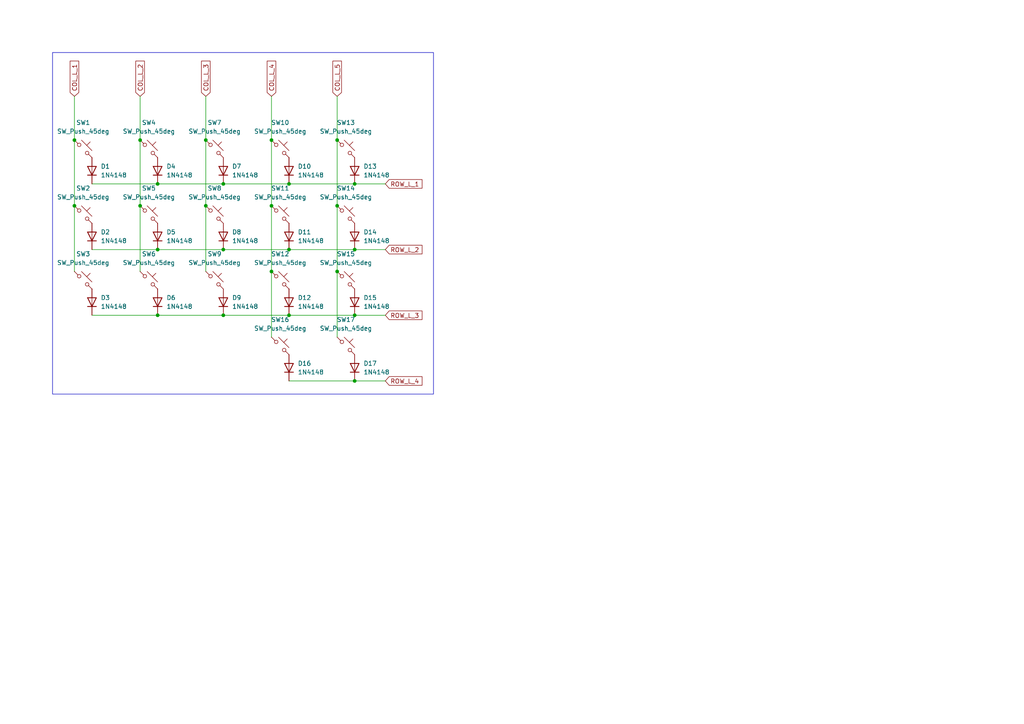
<source format=kicad_sch>
(kicad_sch (version 20231120) (generator "eeschema") (generator_version "8.0")
  (paper "A4")
  (lib_symbols
    (symbol "Diode:1N4148" (pin_numbers hide) (pin_names hide)
      (property "Reference" "D" (at 0 2.54 0))
      (property "Value" "1N4148" (at 0 -2.54 0))
      (symbol "1N4148_0_1"
        (polyline (pts (xy -1.27 1.27) (xy -1.27 -1.27)) (stroke (width 0.254)))
        (polyline (pts (xy 1.27 0) (xy -1.27 0)))
        (polyline (pts (xy 1.27 1.27) (xy 1.27 -1.27) (xy -1.27 0) (xy 1.27 1.27)) (stroke (width 0.254)))
      )
      (symbol "1N4148_1_1"
        (pin passive line (at -3.81 0 0) (length 2.54) (name "K") (number "1"))
        (pin passive line (at 3.81 0 180) (length 2.54) (name "A") (number "2"))
      )
    )
    (symbol "Switch:SW_Push_45deg" (pin_numbers hide) (pin_names (offset 1.016) hide)
      (property "Reference" "SW" (at 3.048 1.016 0))
      (property "Value" "SW_Push_45deg" (at 0 -3.81 0))
      (symbol "SW_Push_45deg_0_1"
        (circle (center -1.1684 1.1684) (radius 0.508))
        (polyline (pts (xy -0.508 2.54) (xy 2.54 -0.508)))
        (polyline (pts (xy 1.016 1.016) (xy 2.032 2.032)))
        (polyline (pts (xy -2.54 2.54) (xy -1.524 1.524) (xy -1.524 1.524)))
        (polyline (pts (xy 1.524 -1.524) (xy 2.54 -2.54) (xy 2.54 -2.54) (xy 2.54 -2.54)))
        (circle (center 1.143 -1.1938) (radius 0.508))
        (pin passive line (at -2.54 2.54 0) (length 0) (name "1") (number "1"))
        (pin passive line (at 2.54 -2.54 180) (length 0) (name "2") (number "2"))
      )
    )
  )
  (junction (at 21.59 40.64))
  (junction (at 45.72 53.34))
  (junction (at 102.87 110.49))
  (junction (at 83.82 53.34))
  (junction (at 102.87 53.34))
  (junction (at 40.64 59.69))
  (junction (at 59.69 40.64))
  (junction (at 45.72 91.44))
  (junction (at 78.74 78.74))
  (junction (at 78.74 40.64))
  (junction (at 102.87 72.39))
  (junction (at 40.64 40.64))
  (junction (at 83.82 91.44))
  (junction (at 102.87 91.44))
  (junction (at 64.77 72.39))
  (junction (at 78.74 59.69))
  (junction (at 83.82 72.39))
  (junction (at 21.59 59.69))
  (junction (at 59.69 59.69))
  (junction (at 97.79 40.64))
  (junction (at 97.79 59.69))
  (junction (at 64.77 53.34))
  (junction (at 97.79 78.74))
  (junction (at 45.72 72.39))
  (junction (at 64.77 91.44))
  (wire (pts (xy 26.67 53.34) (xy 45.72 53.34)))
  (wire (pts (xy 78.74 78.74) (xy 78.74 97.79)))
  (wire (pts (xy 45.72 72.39) (xy 64.77 72.39)))
  (wire (pts (xy 59.69 27.94) (xy 59.69 40.64)))
  (wire (pts (xy 83.82 91.44) (xy 102.87 91.44)))
  (wire (pts (xy 26.67 72.39) (xy 45.72 72.39)))
  (wire (pts (xy 97.79 27.94) (xy 97.79 40.64)))
  (wire (pts (xy 40.64 40.64) (xy 40.64 59.69)))
  (wire (pts (xy 111.76 53.34) (xy 102.87 53.34)))
  (wire (pts (xy 45.72 53.34) (xy 64.77 53.34)))
  (wire (pts (xy 111.76 72.39) (xy 102.87 72.39)))
  (wire (pts (xy 40.64 59.69) (xy 40.64 78.74)))
  (wire (pts (xy 21.59 40.64) (xy 21.59 59.69)))
  (wire (pts (xy 97.79 59.69) (xy 97.79 78.74)))
  (wire (pts (xy 97.79 40.64) (xy 97.79 59.69)))
  (wire (pts (xy 78.74 59.69) (xy 78.74 78.74)))
  (wire (pts (xy 40.64 27.94) (xy 40.64 40.64)))
  (wire (pts (xy 83.82 72.39) (xy 102.87 72.39)))
  (wire (pts (xy 78.74 40.64) (xy 78.74 59.69)))
  (wire (pts (xy 64.77 91.44) (xy 83.82 91.44)))
  (wire (pts (xy 59.69 59.69) (xy 59.69 78.74)))
  (wire (pts (xy 83.82 53.34) (xy 102.87 53.34)))
  (wire (pts (xy 21.59 59.69) (xy 21.59 78.74)))
  (wire (pts (xy 26.67 91.44) (xy 45.72 91.44)))
  (wire (pts (xy 97.79 78.74) (xy 97.79 97.79)))
  (wire (pts (xy 111.76 110.49) (xy 102.87 110.49)))
  (wire (pts (xy 21.59 27.94) (xy 21.59 40.64)))
  (wire (pts (xy 64.77 53.34) (xy 83.82 53.34)))
  (wire (pts (xy 45.72 91.44) (xy 64.77 91.44)))
  (wire (pts (xy 83.82 110.49) (xy 102.87 110.49)))
  (wire (pts (xy 59.69 40.64) (xy 59.69 59.69)))
  (wire (pts (xy 111.76 91.44) (xy 102.87 91.44)))
  (wire (pts (xy 64.77 72.39) (xy 83.82 72.39)))
  (wire (pts (xy 78.74 27.94) (xy 78.74 40.64)))
  (rectangle (start 15.24 15.24) (end 125.73 114.3))
  (global_label "COL_L_2" (shape input) (at 40.64 27.94 90) (property "Intersheetrefs" "${INTERSHEET_REFS}" (effects (hide yes))))
  (global_label "COL_L_3" (shape input) (at 59.69 27.94 90) (property "Intersheetrefs" "${INTERSHEET_REFS}" (effects (hide yes))))
  (global_label "COL_L_4" (shape input) (at 78.74 27.94 90) (property "Intersheetrefs" "${INTERSHEET_REFS}" (effects (hide yes))))
  (global_label "COL_L_5" (shape input) (at 97.79 27.94 90) (property "Intersheetrefs" "${INTERSHEET_REFS}" (effects (hide yes))))
  (global_label "COL_L_1" (shape input) (at 21.59 27.94 90) (property "Intersheetrefs" "${INTERSHEET_REFS}" (effects (hide yes))))
  (global_label "ROW_L_2" (shape input) (at 111.76 72.39 0) (property "Intersheetrefs" "${INTERSHEET_REFS}" (effects (hide yes))))
  (global_label "ROW_L_3" (shape input) (at 111.76 91.44 0) (property "Intersheetrefs" "${INTERSHEET_REFS}" (effects (hide yes))))
  (global_label "ROW_L_4" (shape input) (at 111.76 110.49 0) (property "Intersheetrefs" "${INTERSHEET_REFS}" (effects (hide yes))))
  (global_label "ROW_L_1" (shape input) (at 111.76 53.34 0) (property "Intersheetrefs" "${INTERSHEET_REFS}" (effects (hide yes))))
  (symbol (lib_id "Switch:SW_Push_45deg") (at 24.13 62.23 0) (unit 1)
    (property "Reference" "SW2" (at 24.13 54.61 0))
    (property "Value" "SW_Push_45deg" (at 24.13 57.15 0))
    (property "Footprint" "custom:SW_Gateron_LowProfile_THT" (effects (hide yes)))
    (property "Description" "Push button switch, normally open, two pins, 45° tilted" (effects (hide yes)))
  )
  (symbol (lib_id "Diode:1N4148") (at 26.67 68.58 90) (unit 1)
    (property "Reference" "D2" (at 29.21 67.3099 90) (effects (justify right)))
    (property "Value" "1N4148" (at 29.21 69.8499 90) (effects (justify right)))
    (property "Footprint" "custom:D_DO-35_SOD27_P7.62mm_Horizontal" (effects (hide yes)))
    (property "Datasheet" "https://assets.nexperia.com/documents/data-sheet/1N4148_1N4448.pdf" (effects (hide yes)))
    (property "Description" "100V 0.15A standard switching diode, DO-35" (effects (hide yes)))
    (property "Sim.Device" "D" (effects (hide yes)))
    (property "Sim.Pins" "1=K 2=A" (effects (hide yes)))
  )
  (symbol (lib_id "Switch:SW_Push_45deg") (at 100.33 81.28 0) (unit 1)
    (property "Reference" "SW15" (at 100.33 73.66 0))
    (property "Value" "SW_Push_45deg" (at 100.33 76.2 0))
    (property "Footprint" "custom:SW_Gateron_LowProfile_THT" (effects (hide yes)))
    (property "Description" "Push button switch, normally open, two pins, 45° tilted" (effects (hide yes)))
  )
  (symbol (lib_id "Diode:1N4148") (at 45.72 87.63 90) (unit 1)
    (property "Reference" "D6" (at 48.26 86.3599 90) (effects (justify right)))
    (property "Value" "1N4148" (at 48.26 88.8999 90) (effects (justify right)))
    (property "Footprint" "custom:D_DO-35_SOD27_P7.62mm_Horizontal" (effects (hide yes)))
    (property "Datasheet" "https://assets.nexperia.com/documents/data-sheet/1N4148_1N4448.pdf" (effects (hide yes)))
    (property "Description" "100V 0.15A standard switching diode, DO-35" (effects (hide yes)))
    (property "Sim.Device" "D" (effects (hide yes)))
    (property "Sim.Pins" "1=K 2=A" (effects (hide yes)))
  )
  (symbol (lib_id "Switch:SW_Push_45deg") (at 43.18 43.18 0) (unit 1)
    (property "Reference" "SW4" (at 43.18 35.56 0))
    (property "Value" "SW_Push_45deg" (at 43.18 38.1 0))
    (property "Footprint" "custom:SW_Gateron_LowProfile_THT" (effects (hide yes)))
    (property "Description" "Push button switch, normally open, two pins, 45° tilted" (effects (hide yes)))
  )
  (symbol (lib_id "Diode:1N4148") (at 102.87 87.63 90) (unit 1)
    (property "Reference" "D15" (at 105.41 86.3599 90) (effects (justify right)))
    (property "Value" "1N4148" (at 105.41 88.8999 90) (effects (justify right)))
    (property "Footprint" "custom:D_DO-35_SOD27_P7.62mm_Horizontal" (effects (hide yes)))
    (property "Datasheet" "https://assets.nexperia.com/documents/data-sheet/1N4148_1N4448.pdf" (effects (hide yes)))
    (property "Description" "100V 0.15A standard switching diode, DO-35" (effects (hide yes)))
    (property "Sim.Device" "D" (effects (hide yes)))
    (property "Sim.Pins" "1=K 2=A" (effects (hide yes)))
  )
  (symbol (lib_id "Diode:1N4148") (at 83.82 68.58 90) (unit 1)
    (property "Reference" "D11" (at 86.36 67.3099 90) (effects (justify right)))
    (property "Value" "1N4148" (at 86.36 69.8499 90) (effects (justify right)))
    (property "Footprint" "custom:D_DO-35_SOD27_P7.62mm_Horizontal" (effects (hide yes)))
    (property "Datasheet" "https://assets.nexperia.com/documents/data-sheet/1N4148_1N4448.pdf" (effects (hide yes)))
    (property "Description" "100V 0.15A standard switching diode, DO-35" (effects (hide yes)))
    (property "Sim.Device" "D" (effects (hide yes)))
    (property "Sim.Pins" "1=K 2=A" (effects (hide yes)))
  )
  (symbol (lib_id "Diode:1N4148") (at 102.87 49.53 90) (unit 1)
    (property "Reference" "D13" (at 105.41 48.2599 90) (effects (justify right)))
    (property "Value" "1N4148" (at 105.41 50.7999 90) (effects (justify right)))
    (property "Footprint" "custom:D_DO-35_SOD27_P7.62mm_Horizontal" (effects (hide yes)))
    (property "Datasheet" "https://assets.nexperia.com/documents/data-sheet/1N4148_1N4448.pdf" (effects (hide yes)))
    (property "Description" "100V 0.15A standard switching diode, DO-35" (effects (hide yes)))
    (property "Sim.Device" "D" (effects (hide yes)))
    (property "Sim.Pins" "1=K 2=A" (effects (hide yes)))
  )
  (symbol (lib_id "Diode:1N4148") (at 64.77 49.53 90) (unit 1)
    (property "Reference" "D7" (at 67.31 48.2599 90) (effects (justify right)))
    (property "Value" "1N4148" (at 67.31 50.7999 90) (effects (justify right)))
    (property "Footprint" "custom:D_DO-35_SOD27_P7.62mm_Horizontal" (effects (hide yes)))
    (property "Datasheet" "https://assets.nexperia.com/documents/data-sheet/1N4148_1N4448.pdf" (effects (hide yes)))
    (property "Description" "100V 0.15A standard switching diode, DO-35" (effects (hide yes)))
    (property "Sim.Device" "D" (effects (hide yes)))
    (property "Sim.Pins" "1=K 2=A" (effects (hide yes)))
  )
  (symbol (lib_id "Diode:1N4148") (at 83.82 87.63 90) (unit 1)
    (property "Reference" "D12" (at 86.36 86.3599 90) (effects (justify right)))
    (property "Value" "1N4148" (at 86.36 88.8999 90) (effects (justify right)))
    (property "Footprint" "custom:D_DO-35_SOD27_P7.62mm_Horizontal" (effects (hide yes)))
    (property "Datasheet" "https://assets.nexperia.com/documents/data-sheet/1N4148_1N4448.pdf" (effects (hide yes)))
    (property "Description" "100V 0.15A standard switching diode, DO-35" (effects (hide yes)))
    (property "Sim.Device" "D" (effects (hide yes)))
    (property "Sim.Pins" "1=K 2=A" (effects (hide yes)))
  )
  (symbol (lib_id "Switch:SW_Push_45deg") (at 81.28 43.18 0) (unit 1)
    (property "Reference" "SW10" (at 81.28 35.56 0))
    (property "Value" "SW_Push_45deg" (at 81.28 38.1 0))
    (property "Footprint" "custom:SW_Gateron_LowProfile_THT" (effects (hide yes)))
    (property "Description" "Push button switch, normally open, two pins, 45° tilted" (effects (hide yes)))
  )
  (symbol (lib_id "Switch:SW_Push_45deg") (at 100.33 43.18 0) (unit 1)
    (property "Reference" "SW13" (at 100.33 35.56 0))
    (property "Value" "SW_Push_45deg" (at 100.33 38.1 0))
    (property "Footprint" "custom:SW_Gateron_LowProfile_THT" (effects (hide yes)))
    (property "Description" "Push button switch, normally open, two pins, 45° tilted" (effects (hide yes)))
  )
  (symbol (lib_id "Switch:SW_Push_45deg") (at 81.28 81.28 0) (unit 1)
    (property "Reference" "SW12" (at 81.28 73.66 0))
    (property "Value" "SW_Push_45deg" (at 81.28 76.2 0))
    (property "Footprint" "custom:SW_Gateron_LowProfile_THT" (effects (hide yes)))
    (property "Description" "Push button switch, normally open, two pins, 45° tilted" (effects (hide yes)))
  )
  (symbol (lib_id "Diode:1N4148") (at 45.72 68.58 90) (unit 1)
    (property "Reference" "D5" (at 48.26 67.3099 90) (effects (justify right)))
    (property "Value" "1N4148" (at 48.26 69.8499 90) (effects (justify right)))
    (property "Footprint" "custom:D_DO-35_SOD27_P7.62mm_Horizontal" (effects (hide yes)))
    (property "Datasheet" "https://assets.nexperia.com/documents/data-sheet/1N4148_1N4448.pdf" (effects (hide yes)))
    (property "Description" "100V 0.15A standard switching diode, DO-35" (effects (hide yes)))
    (property "Sim.Device" "D" (effects (hide yes)))
    (property "Sim.Pins" "1=K 2=A" (effects (hide yes)))
  )
  (symbol (lib_id "Switch:SW_Push_45deg") (at 100.33 62.23 0) (unit 1)
    (property "Reference" "SW14" (at 100.33 54.61 0))
    (property "Value" "SW_Push_45deg" (at 100.33 57.15 0))
    (property "Footprint" "custom:SW_Gateron_LowProfile_THT" (effects (hide yes)))
    (property "Description" "Push button switch, normally open, two pins, 45° tilted" (effects (hide yes)))
  )
  (symbol (lib_id "Diode:1N4148") (at 45.72 49.53 90) (unit 1)
    (property "Reference" "D4" (at 48.26 48.2599 90) (effects (justify right)))
    (property "Value" "1N4148" (at 48.26 50.7999 90) (effects (justify right)))
    (property "Footprint" "custom:D_DO-35_SOD27_P7.62mm_Horizontal" (effects (hide yes)))
    (property "Datasheet" "https://assets.nexperia.com/documents/data-sheet/1N4148_1N4448.pdf" (effects (hide yes)))
    (property "Description" "100V 0.15A standard switching diode, DO-35" (effects (hide yes)))
    (property "Sim.Device" "D" (effects (hide yes)))
    (property "Sim.Pins" "1=K 2=A" (effects (hide yes)))
  )
  (symbol (lib_id "Switch:SW_Push_45deg") (at 24.13 81.28 0) (unit 1)
    (property "Reference" "SW3" (at 24.13 73.66 0))
    (property "Value" "SW_Push_45deg" (at 24.13 76.2 0))
    (property "Footprint" "custom:SW_Gateron_LowProfile_THT" (effects (hide yes)))
    (property "Description" "Push button switch, normally open, two pins, 45° tilted" (effects (hide yes)))
  )
  (symbol (lib_id "Switch:SW_Push_45deg") (at 81.28 62.23 0) (unit 1)
    (property "Reference" "SW11" (at 81.28 54.61 0))
    (property "Value" "SW_Push_45deg" (at 81.28 57.15 0))
    (property "Footprint" "custom:SW_Gateron_LowProfile_THT" (effects (hide yes)))
    (property "Description" "Push button switch, normally open, two pins, 45° tilted" (effects (hide yes)))
  )
  (symbol (lib_id "Switch:SW_Push_45deg") (at 100.33 100.33 0) (unit 1)
    (property "Reference" "SW17" (at 100.33 92.71 0))
    (property "Value" "SW_Push_45deg" (at 100.33 95.25 0))
    (property "Footprint" "custom:SW_Gateron_LowProfile_THT" (effects (hide yes)))
    (property "Description" "Push button switch, normally open, two pins, 45° tilted" (effects (hide yes)))
  )
  (symbol (lib_id "Diode:1N4148") (at 83.82 106.68 90) (unit 1)
    (property "Reference" "D16" (at 86.36 105.4099 90) (effects (justify right)))
    (property "Value" "1N4148" (at 86.36 107.9499 90) (effects (justify right)))
    (property "Footprint" "custom:D_DO-35_SOD27_P7.62mm_Horizontal" (effects (hide yes)))
    (property "Datasheet" "https://assets.nexperia.com/documents/data-sheet/1N4148_1N4448.pdf" (effects (hide yes)))
    (property "Description" "100V 0.15A standard switching diode, DO-35" (effects (hide yes)))
    (property "Sim.Device" "D" (effects (hide yes)))
    (property "Sim.Pins" "1=K 2=A" (effects (hide yes)))
  )
  (symbol (lib_id "Switch:SW_Push_45deg") (at 24.13 43.18 0) (unit 1)
    (property "Reference" "SW1" (at 24.13 35.56 0))
    (property "Value" "SW_Push_45deg" (at 24.13 38.1 0))
    (property "Footprint" "custom:SW_Gateron_LowProfile_THT" (effects (hide yes)))
    (property "Description" "Push button switch, normally open, two pins, 45° tilted" (effects (hide yes)))
  )
  (symbol (lib_id "Diode:1N4148") (at 102.87 106.68 90) (unit 1)
    (property "Reference" "D17" (at 105.41 105.4099 90) (effects (justify right)))
    (property "Value" "1N4148" (at 105.41 107.9499 90) (effects (justify right)))
    (property "Footprint" "custom:D_DO-35_SOD27_P7.62mm_Horizontal" (effects (hide yes)))
    (property "Datasheet" "https://assets.nexperia.com/documents/data-sheet/1N4148_1N4448.pdf" (effects (hide yes)))
    (property "Description" "100V 0.15A standard switching diode, DO-35" (effects (hide yes)))
    (property "Sim.Device" "D" (effects (hide yes)))
    (property "Sim.Pins" "1=K 2=A" (effects (hide yes)))
  )
  (symbol (lib_id "Switch:SW_Push_45deg") (at 43.18 62.23 0) (unit 1)
    (property "Reference" "SW5" (at 43.18 54.61 0))
    (property "Value" "SW_Push_45deg" (at 43.18 57.15 0))
    (property "Footprint" "custom:SW_Gateron_LowProfile_THT" (effects (hide yes)))
    (property "Description" "Push button switch, normally open, two pins, 45° tilted" (effects (hide yes)))
  )
  (symbol (lib_id "Switch:SW_Push_45deg") (at 81.28 100.33 0) (unit 1)
    (property "Reference" "SW16" (at 81.28 92.71 0))
    (property "Value" "SW_Push_45deg" (at 81.28 95.25 0))
    (property "Footprint" "custom:SW_Gateron_LowProfile_THT" (effects (hide yes)))
    (property "Description" "Push button switch, normally open, two pins, 45° tilted" (effects (hide yes)))
  )
  (symbol (lib_id "Switch:SW_Push_45deg") (at 43.18 81.28 0) (unit 1)
    (property "Reference" "SW6" (at 43.18 73.66 0))
    (property "Value" "SW_Push_45deg" (at 43.18 76.2 0))
    (property "Footprint" "custom:SW_Gateron_LowProfile_THT" (effects (hide yes)))
    (property "Description" "Push button switch, normally open, two pins, 45° tilted" (effects (hide yes)))
  )
  (symbol (lib_id "Diode:1N4148") (at 64.77 87.63 90) (unit 1)
    (property "Reference" "D9" (at 67.31 86.3599 90) (effects (justify right)))
    (property "Value" "1N4148" (at 67.31 88.8999 90) (effects (justify right)))
    (property "Footprint" "custom:D_DO-35_SOD27_P7.62mm_Horizontal" (effects (hide yes)))
    (property "Datasheet" "https://assets.nexperia.com/documents/data-sheet/1N4148_1N4448.pdf" (effects (hide yes)))
    (property "Description" "100V 0.15A standard switching diode, DO-35" (effects (hide yes)))
    (property "Sim.Device" "D" (effects (hide yes)))
    (property "Sim.Pins" "1=K 2=A" (effects (hide yes)))
  )
  (symbol (lib_id "Switch:SW_Push_45deg") (at 62.23 43.18 0) (unit 1)
    (property "Reference" "SW7" (at 62.23 35.56 0))
    (property "Value" "SW_Push_45deg" (at 62.23 38.1 0))
    (property "Footprint" "custom:SW_Gateron_LowProfile_THT" (effects (hide yes)))
    (property "Description" "Push button switch, normally open, two pins, 45° tilted" (effects (hide yes)))
  )
  (symbol (lib_id "Diode:1N4148") (at 26.67 49.53 90) (unit 1)
    (property "Reference" "D1" (at 29.21 48.2599 90) (effects (justify right)))
    (property "Value" "1N4148" (at 29.21 50.7999 90) (effects (justify right)))
    (property "Footprint" "custom:D_DO-35_SOD27_P7.62mm_Horizontal" (effects (hide yes)))
    (property "Datasheet" "https://assets.nexperia.com/documents/data-sheet/1N4148_1N4448.pdf" (effects (hide yes)))
    (property "Description" "100V 0.15A standard switching diode, DO-35" (effects (hide yes)))
    (property "Sim.Device" "D" (effects (hide yes)))
    (property "Sim.Pins" "1=K 2=A" (effects (hide yes)))
  )
  (symbol (lib_id "Switch:SW_Push_45deg") (at 62.23 62.23 0) (unit 1)
    (property "Reference" "SW8" (at 62.23 54.61 0))
    (property "Value" "SW_Push_45deg" (at 62.23 57.15 0))
    (property "Footprint" "custom:SW_Gateron_LowProfile_THT" (effects (hide yes)))
    (property "Description" "Push button switch, normally open, two pins, 45° tilted" (effects (hide yes)))
  )
  (symbol (lib_id "Diode:1N4148") (at 64.77 68.58 90) (unit 1)
    (property "Reference" "D8" (at 67.31 67.3099 90) (effects (justify right)))
    (property "Value" "1N4148" (at 67.31 69.8499 90) (effects (justify right)))
    (property "Footprint" "custom:D_DO-35_SOD27_P7.62mm_Horizontal" (effects (hide yes)))
    (property "Datasheet" "https://assets.nexperia.com/documents/data-sheet/1N4148_1N4448.pdf" (effects (hide yes)))
    (property "Description" "100V 0.15A standard switching diode, DO-35" (effects (hide yes)))
    (property "Sim.Device" "D" (effects (hide yes)))
    (property "Sim.Pins" "1=K 2=A" (effects (hide yes)))
  )
  (symbol (lib_id "Switch:SW_Push_45deg") (at 62.23 81.28 0) (unit 1)
    (property "Reference" "SW9" (at 62.23 73.66 0))
    (property "Value" "SW_Push_45deg" (at 62.23 76.2 0))
    (property "Footprint" "custom:SW_Gateron_LowProfile_THT" (effects (hide yes)))
    (property "Description" "Push button switch, normally open, two pins, 45° tilted" (effects (hide yes)))
  )
  (symbol (lib_id "Diode:1N4148") (at 102.87 68.58 90) (unit 1)
    (property "Reference" "D14" (at 105.41 67.3099 90) (effects (justify right)))
    (property "Value" "1N4148" (at 105.41 69.8499 90) (effects (justify right)))
    (property "Footprint" "custom:D_DO-35_SOD27_P7.62mm_Horizontal" (effects (hide yes)))
    (property "Datasheet" "https://assets.nexperia.com/documents/data-sheet/1N4148_1N4448.pdf" (effects (hide yes)))
    (property "Description" "100V 0.15A standard switching diode, DO-35" (effects (hide yes)))
    (property "Sim.Device" "D" (effects (hide yes)))
    (property "Sim.Pins" "1=K 2=A" (effects (hide yes)))
  )
  (symbol (lib_id "Diode:1N4148") (at 83.82 49.53 90) (unit 1)
    (property "Reference" "D10" (at 86.36 48.2599 90) (effects (justify right)))
    (property "Value" "1N4148" (at 86.36 50.7999 90) (effects (justify right)))
    (property "Footprint" "custom:D_DO-35_SOD27_P7.62mm_Horizontal" (effects (hide yes)))
    (property "Datasheet" "https://assets.nexperia.com/documents/data-sheet/1N4148_1N4448.pdf" (effects (hide yes)))
    (property "Description" "100V 0.15A standard switching diode, DO-35" (effects (hide yes)))
    (property "Sim.Device" "D" (effects (hide yes)))
    (property "Sim.Pins" "1=K 2=A" (effects (hide yes)))
  )
  (symbol (lib_id "Diode:1N4148") (at 26.67 87.63 90) (unit 1)
    (property "Reference" "D3" (at 29.21 86.3599 90) (effects (justify right)))
    (property "Value" "1N4148" (at 29.21 88.8999 90) (effects (justify right)))
    (property "Footprint" "custom:D_DO-35_SOD27_P7.62mm_Horizontal" (effects (hide yes)))
    (property "Datasheet" "https://assets.nexperia.com/documents/data-sheet/1N4148_1N4448.pdf" (effects (hide yes)))
    (property "Description" "100V 0.15A standard switching diode, DO-35" (effects (hide yes)))
    (property "Sim.Device" "D" (effects (hide yes)))
    (property "Sim.Pins" "1=K 2=A" (effects (hide yes)))
  )
)
</source>
